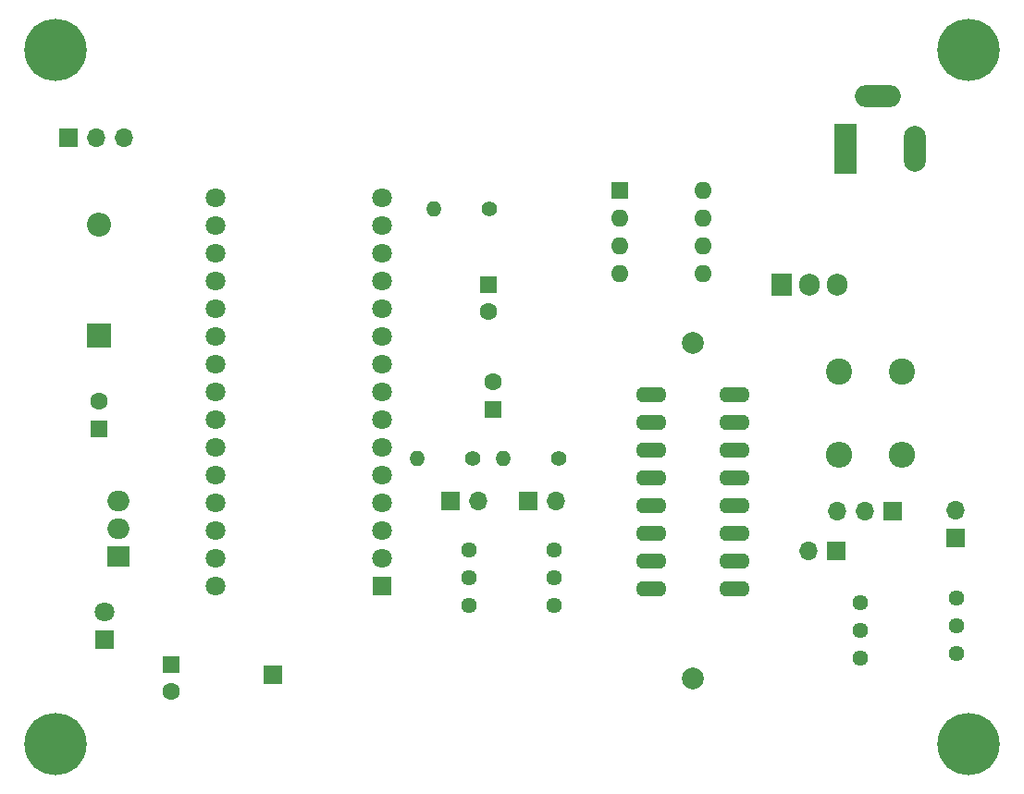
<source format=gbr>
%TF.GenerationSoftware,KiCad,Pcbnew,(6.0.7)*%
%TF.CreationDate,2023-03-15T17:40:26-04:00*%
%TF.ProjectId,NPN Tracer V1,4e504e20-5472-4616-9365-722056312e6b,rev?*%
%TF.SameCoordinates,Original*%
%TF.FileFunction,Soldermask,Bot*%
%TF.FilePolarity,Negative*%
%FSLAX46Y46*%
G04 Gerber Fmt 4.6, Leading zero omitted, Abs format (unit mm)*
G04 Created by KiCad (PCBNEW (6.0.7)) date 2023-03-15 17:40:26*
%MOMM*%
%LPD*%
G01*
G04 APERTURE LIST*
%ADD10C,1.800000*%
%ADD11R,1.800000X1.800000*%
%ADD12R,2.000000X4.600000*%
%ADD13O,2.000000X4.200000*%
%ADD14O,4.200000X2.000000*%
%ADD15R,1.700000X1.700000*%
%ADD16O,1.700000X1.700000*%
%ADD17C,5.700000*%
%ADD18C,3.600000*%
%ADD19R,2.200000X2.200000*%
%ADD20O,2.200000X2.200000*%
%ADD21R,1.600000X1.600000*%
%ADD22C,1.600000*%
%ADD23O,1.600000X1.600000*%
%ADD24R,1.905000X2.000000*%
%ADD25O,1.905000X2.000000*%
%ADD26C,2.400000*%
%ADD27O,2.400000X2.400000*%
%ADD28C,1.400000*%
%ADD29O,1.400000X1.400000*%
%ADD30C,2.000000*%
%ADD31O,2.816000X1.408000*%
%ADD32C,1.440000*%
%ADD33R,2.000000X1.905000*%
%ADD34O,2.000000X1.905000*%
G04 APERTURE END LIST*
D10*
%TO.C,TB1*%
X102083500Y-102694000D03*
X102083500Y-100154000D03*
X102083500Y-97614000D03*
X102083500Y-95074000D03*
X102083500Y-92534000D03*
X102083500Y-89994000D03*
X102083500Y-87454000D03*
X102083500Y-84914000D03*
X102083500Y-82374000D03*
X102083500Y-79834000D03*
X102083500Y-77294000D03*
X102083500Y-74754000D03*
X102083500Y-72214000D03*
X102083500Y-69674000D03*
X102083500Y-67134000D03*
X117323500Y-67134000D03*
X117323500Y-69674000D03*
X117323500Y-72214000D03*
X117323500Y-74754000D03*
X117323500Y-77294000D03*
X117323500Y-79834000D03*
X117323500Y-82374000D03*
X117323500Y-84914000D03*
X117323500Y-87454000D03*
X117323500Y-89994000D03*
X117323500Y-92534000D03*
X117323500Y-95074000D03*
X117323500Y-97614000D03*
X117323500Y-100154000D03*
D11*
X117323500Y-102694000D03*
%TD*%
D12*
%TO.C,J8*%
X159766000Y-62626000D03*
D13*
X166066000Y-62626000D03*
D14*
X162666000Y-57826000D03*
%TD*%
D15*
%TO.C,J5*%
X88597500Y-61595000D03*
D16*
X91137500Y-61595000D03*
X93677500Y-61595000D03*
%TD*%
D17*
%TO.C,H4*%
X171005500Y-117157500D03*
D18*
X171005500Y-117157500D03*
%TD*%
D17*
%TO.C,H3*%
X171005500Y-53594000D03*
D18*
X171005500Y-53594000D03*
%TD*%
D17*
%TO.C,H2*%
X87439500Y-53594000D03*
D18*
X87439500Y-53594000D03*
%TD*%
D17*
%TO.C,H1*%
X87439500Y-117157500D03*
D18*
X87439500Y-117157500D03*
%TD*%
D19*
%TO.C,D1*%
X91440000Y-79756000D03*
D20*
X91440000Y-69596000D03*
%TD*%
D21*
%TO.C,C2*%
X127444500Y-86496651D03*
D22*
X127444500Y-83996651D03*
%TD*%
D21*
%TO.C,U1*%
X139114000Y-66445500D03*
D23*
X139114000Y-68985500D03*
X139114000Y-71525500D03*
X139114000Y-74065500D03*
X146734000Y-74065500D03*
X146734000Y-71525500D03*
X146734000Y-68985500D03*
X146734000Y-66445500D03*
%TD*%
D15*
%TO.C,J2*%
X169799000Y-98303000D03*
D16*
X169799000Y-95763000D03*
%TD*%
D15*
%TO.C,J6*%
X123566000Y-94869000D03*
D16*
X126106000Y-94869000D03*
%TD*%
D21*
%TO.C,C4*%
X98044000Y-109855000D03*
D22*
X98044000Y-112355000D03*
%TD*%
D24*
%TO.C,Q1*%
X153924000Y-75084500D03*
D25*
X156464000Y-75084500D03*
X159004000Y-75084500D03*
%TD*%
D15*
%TO.C,J1*%
X158882000Y-99504500D03*
D16*
X156342000Y-99504500D03*
%TD*%
D26*
%TO.C,R8*%
X159131000Y-83009500D03*
D27*
X159131000Y-90629500D03*
%TD*%
D28*
%TO.C,R4*%
X133490500Y-90995500D03*
D29*
X128410500Y-90995500D03*
%TD*%
D15*
%TO.C,J3*%
X130678000Y-94869000D03*
D16*
X133218000Y-94869000D03*
%TD*%
D11*
%TO.C,D2*%
X91884500Y-107574000D03*
D10*
X91884500Y-105034000D03*
%TD*%
D15*
%TO.C,J7*%
X107315000Y-110807500D03*
%TD*%
D30*
%TO.C,ZX1*%
X145796000Y-80423500D03*
X145796000Y-111163500D03*
D31*
X149606000Y-102933500D03*
X149606000Y-100393500D03*
X149606000Y-97853500D03*
X149606000Y-95313500D03*
X149606000Y-92773500D03*
X149606000Y-90233500D03*
X149606000Y-87693500D03*
X149606000Y-85153500D03*
X141986000Y-85153500D03*
X141986000Y-87693500D03*
X141986000Y-90233500D03*
X141986000Y-92773500D03*
X141986000Y-95313500D03*
X141986000Y-97853500D03*
X141986000Y-100393500D03*
X141986000Y-102933500D03*
%TD*%
D32*
%TO.C,ADC1*%
X125324500Y-104472000D03*
X125324500Y-101932000D03*
X125324500Y-99392000D03*
%TD*%
%TO.C,ADC3*%
X161099500Y-109293500D03*
X161099500Y-106753500D03*
X161099500Y-104213500D03*
%TD*%
D15*
%TO.C,J4*%
X164069000Y-95821500D03*
D16*
X161529000Y-95821500D03*
X158989000Y-95821500D03*
%TD*%
D33*
%TO.C,U2*%
X93182000Y-100012500D03*
D34*
X93182000Y-97472500D03*
X93182000Y-94932500D03*
%TD*%
D32*
%TO.C,ADC2*%
X133071500Y-104482000D03*
X133071500Y-101942000D03*
X133071500Y-99402000D03*
%TD*%
D28*
%TO.C,R3*%
X125616500Y-90995500D03*
D29*
X120536500Y-90995500D03*
%TD*%
D32*
%TO.C,ADC4*%
X169862500Y-108912500D03*
X169862500Y-106372500D03*
X169862500Y-103832500D03*
%TD*%
D21*
%TO.C,C5*%
X91440000Y-88274651D03*
D22*
X91440000Y-85774651D03*
%TD*%
D21*
%TO.C,C1*%
X127102500Y-75071500D03*
D22*
X127102500Y-77571500D03*
%TD*%
D28*
%TO.C,R1*%
X127127000Y-68135500D03*
D29*
X122047000Y-68135500D03*
%TD*%
D26*
%TO.C,R5*%
X164909500Y-83009500D03*
D27*
X164909500Y-90629500D03*
%TD*%
M02*

</source>
